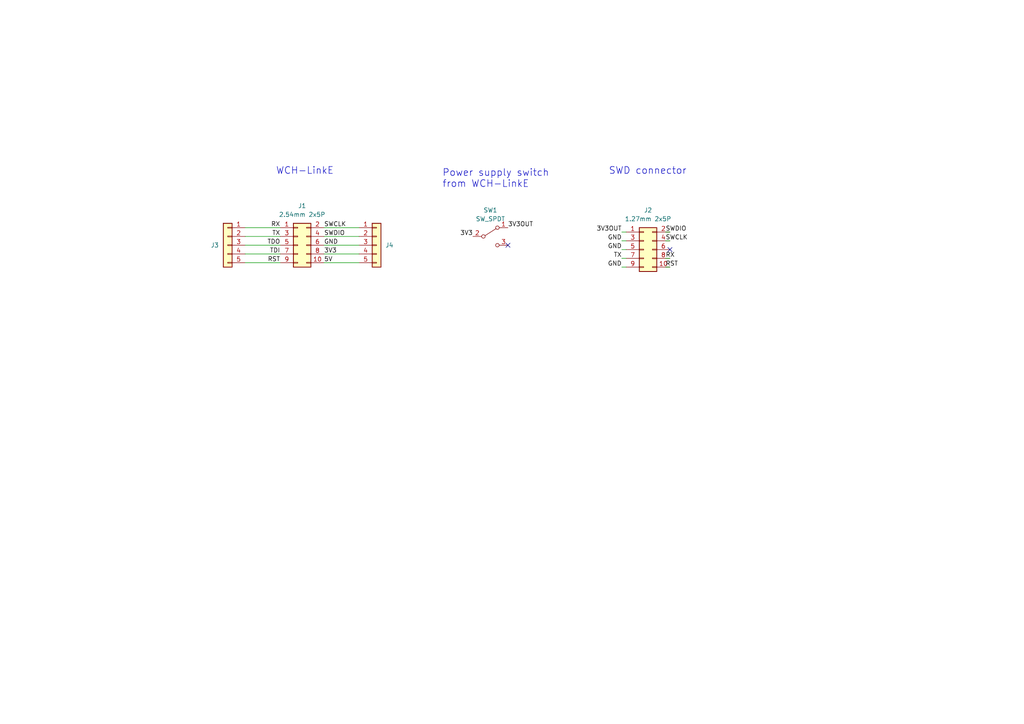
<source format=kicad_sch>
(kicad_sch (version 20230121) (generator eeschema)
  (paper "A4")
  (title_block (title "SWD Converter Board") (date "2024-09-02") (rev "v2.0") (company "@suzan_works"))
  (lib_symbols
    (symbol "Connector_Generic:Conn_01x05" (pin_names (offset 1.016) hide)
      (property "Reference" "J" (at 0 7.62 0))
      (property "Value" "Conn_01x05" (at 0 -7.62 0))
      (symbol "Conn_01x05_1_1"
        (rectangle (start -1.27 -4.953) (end 0 -5.207) (stroke (width 0.1524)))
        (rectangle (start -1.27 -2.413) (end 0 -2.667) (stroke (width 0.1524)))
        (rectangle (start -1.27 0.127) (end 0 -0.127) (stroke (width 0.1524)))
        (rectangle (start -1.27 2.667) (end 0 2.413) (stroke (width 0.1524)))
        (rectangle (start -1.27 5.207) (end 0 4.953) (stroke (width 0.1524)))
        (rectangle (start -1.27 6.35) (end 1.27 -6.35) (stroke (width 0.254)) (fill (type background)))
        (pin passive line (at -5.08 5.08 0) (length 3.81) (name "Pin_1") (number "1"))
        (pin passive line (at -5.08 2.54 0) (length 3.81) (name "Pin_2") (number "2"))
        (pin passive line (at -5.08 0 0) (length 3.81) (name "Pin_3") (number "3"))
        (pin passive line (at -5.08 -2.54 0) (length 3.81) (name "Pin_4") (number "4"))
        (pin passive line (at -5.08 -5.08 0) (length 3.81) (name "Pin_5") (number "5"))
      )
    )
    (symbol "Connector_Generic:Conn_02x05_Odd_Even" (pin_names (offset 1.016) hide)
      (property "Reference" "J" (at 1.27 7.62 0))
      (property "Value" "Conn_02x05_Odd_Even" (at 1.27 -7.62 0))
      (symbol "Conn_02x05_Odd_Even_1_1"
        (rectangle (start -1.27 -4.953) (end 0 -5.207) (stroke (width 0.1524)))
        (rectangle (start -1.27 -2.413) (end 0 -2.667) (stroke (width 0.1524)))
        (rectangle (start -1.27 0.127) (end 0 -0.127) (stroke (width 0.1524)))
        (rectangle (start -1.27 2.667) (end 0 2.413) (stroke (width 0.1524)))
        (rectangle (start -1.27 5.207) (end 0 4.953) (stroke (width 0.1524)))
        (rectangle (start -1.27 6.35) (end 3.81 -6.35) (stroke (width 0.254)) (fill (type background)))
        (rectangle (start 3.81 -4.953) (end 2.54 -5.207) (stroke (width 0.1524)))
        (rectangle (start 3.81 -2.413) (end 2.54 -2.667) (stroke (width 0.1524)))
        (rectangle (start 3.81 0.127) (end 2.54 -0.127) (stroke (width 0.1524)))
        (rectangle (start 3.81 2.667) (end 2.54 2.413) (stroke (width 0.1524)))
        (rectangle (start 3.81 5.207) (end 2.54 4.953) (stroke (width 0.1524)))
        (pin passive line (at -5.08 5.08 0) (length 3.81) (name "Pin_1") (number "1"))
        (pin passive line (at 7.62 -5.08 180) (length 3.81) (name "Pin_10") (number "10"))
        (pin passive line (at 7.62 5.08 180) (length 3.81) (name "Pin_2") (number "2"))
        (pin passive line (at -5.08 2.54 0) (length 3.81) (name "Pin_3") (number "3"))
        (pin passive line (at 7.62 2.54 180) (length 3.81) (name "Pin_4") (number "4"))
        (pin passive line (at -5.08 0 0) (length 3.81) (name "Pin_5") (number "5"))
        (pin passive line (at 7.62 0 180) (length 3.81) (name "Pin_6") (number "6"))
        (pin passive line (at -5.08 -2.54 0) (length 3.81) (name "Pin_7") (number "7"))
        (pin passive line (at 7.62 -2.54 180) (length 3.81) (name "Pin_8") (number "8"))
        (pin passive line (at -5.08 -5.08 0) (length 3.81) (name "Pin_9") (number "9"))
      )
    )
    (symbol "Switch:SW_SPDT" (pin_names (offset 0) hide)
      (property "Reference" "SW" (at 0 4.318 0))
      (property "Value" "SW_SPDT" (at 0 -5.08 0))
      (symbol "SW_SPDT_0_0"
        (circle (center -2.032 0) (radius 0.508))
        (circle (center 2.032 -2.54) (radius 0.508))
      )
      (symbol "SW_SPDT_0_1"
        (polyline (pts (xy -1.524 0.254) (xy 1.651 2.286)))
        (circle (center 2.032 2.54) (radius 0.508))
      )
      (symbol "SW_SPDT_1_1"
        (pin passive line (at 5.08 2.54 180) (length 2.54) (name "A") (number "1"))
        (pin passive line (at -5.08 0 0) (length 2.54) (name "B") (number "2"))
        (pin passive line (at 5.08 -2.54 180) (length 2.54) (name "C") (number "3"))
      )
    )
  )
  (no_connect (at 147.32 71.12))
  (no_connect (at 194.31 72.39))
  (wire (pts (xy 71.12 66.04) (xy 81.28 66.04)))
  (wire (pts (xy 93.98 68.58) (xy 104.14 68.58)))
  (wire (pts (xy 194.31 77.47) (xy 193.04 77.47)))
  (wire (pts (xy 194.31 69.85) (xy 193.04 69.85)))
  (wire (pts (xy 194.31 67.31) (xy 193.04 67.31)))
  (wire (pts (xy 181.61 72.39) (xy 180.34 72.39)))
  (wire (pts (xy 71.12 68.58) (xy 81.28 68.58)))
  (wire (pts (xy 181.61 74.93) (xy 180.34 74.93)))
  (wire (pts (xy 71.12 76.2) (xy 81.28 76.2)))
  (wire (pts (xy 93.98 71.12) (xy 104.14 71.12)))
  (wire (pts (xy 93.98 73.66) (xy 104.14 73.66)))
  (wire (pts (xy 93.98 76.2) (xy 104.14 76.2)))
  (wire (pts (xy 181.61 67.31) (xy 180.34 67.31)))
  (wire (pts (xy 181.61 69.85) (xy 180.34 69.85)))
  (wire (pts (xy 194.31 74.93) (xy 193.04 74.93)))
  (wire (pts (xy 93.98 66.04) (xy 104.14 66.04)))
  (wire (pts (xy 71.12 71.12) (xy 81.28 71.12)))
  (wire (pts (xy 71.12 73.66) (xy 81.28 73.66)))
  (wire (pts (xy 181.61 77.47) (xy 180.34 77.47)))
  (text "Power supply switch\nfrom WCH-LinkE" (at 128.27 54.61 0) (effects (font (size 2 2)) (justify left bottom)))
  (text "SWD connector" (at 176.53 50.8 0) (effects (font (size 2 2)) (justify left bottom)))
  (text "WCH-LinkE" (at 80.01 50.8 0) (effects (font (size 2 2)) (justify left bottom)))
  (label "TDO" (at 81.28 71.12 180))
  (label "RST" (at 193.04 77.47 0))
  (label "5V" (at 93.98 76.2 0))
  (label "SWDIO" (at 93.98 68.58 0))
  (label "RX" (at 81.28 66.04 180))
  (label "GND" (at 180.34 72.39 180))
  (label "TDI" (at 81.28 73.66 180))
  (label "RX" (at 193.04 74.93 0))
  (label "3V3OUT" (at 180.34 67.31 180))
  (label "TX" (at 180.34 74.93 180))
  (label "3V3" (at 93.98 73.66 0))
  (label "GND" (at 93.98 71.12 0))
  (label "GND" (at 180.34 77.47 180))
  (label "SWDIO" (at 193.04 67.31 0))
  (label "SWCLK" (at 193.04 69.85 0))
  (label "TX" (at 81.28 68.58 180))
  (label "RST" (at 81.28 76.2 180))
  (label "3V3OUT" (at 147.32 66.04 0))
  (label "3V3" (at 137.16 68.58 180))
  (label "GND" (at 180.34 69.85 180))
  (label "SWCLK" (at 93.98 66.04 0))
  (symbol (lib_id "Connector_Generic:Conn_02x05_Odd_Even") (at 186.69 72.39 0) (unit 1)
    (property "Reference" "J2" (at 187.96 60.96 0))
    (property "Value" "1.27mm 2x5P" (at 187.96 63.5 0))
    (property "Footprint" "Connector_PinHeader_1.27mm:PinHeader_2x05_P1.27mm_Vertical_SMD" (effects hide))
  )
  (symbol (lib_id "Switch:SW_SPDT") (at 142.24 68.58 0) (unit 1)
    (property "Reference" "SW1" (at 142.24 60.96 0))
    (property "Value" "SW_SPDT" (at 142.24 63.5 0))
    (property "Footprint" "0_My_Library:SS-12D00G3" (effects hide))
  )
  (symbol (lib_id "Connector_Generic:Conn_02x05_Odd_Even") (at 86.36 71.12 0) (unit 1)
    (property "Reference" "J1" (at 87.63 59.69 0))
    (property "Value" "2.54mm 2x5P" (at 87.63 62.23 0))
    (property "Footprint" "Connector_PinSocket_2.54mm:PinSocket_2x05_P2.54mm_Vertical" (effects hide))
  )
  (symbol (lib_id "Connector_Generic:Conn_01x05") (at 66.04 71.12 0) (mirror y) (unit 1)
    (property "Reference" "J3" (at 63.5 71.12 0) (effects (justify left)))
    (property "Value" "2.54mm" (effects hide))
    (property "Footprint" "Connector_PinHeader_2.54mm:PinHeader_1x05_P2.54mm_Vertical" (effects hide))
  )
  (symbol (lib_id "Connector_Generic:Conn_01x05") (at 109.22 71.12 0) (unit 1)
    (property "Reference" "J4" (at 111.76 71.12 0) (effects (justify left)))
    (property "Value" "Conn_01x05" (effects hide))
    (property "Footprint" "Connector_PinHeader_2.54mm:PinHeader_1x05_P2.54mm_Vertical" (effects hide))
  )
)
</source>
